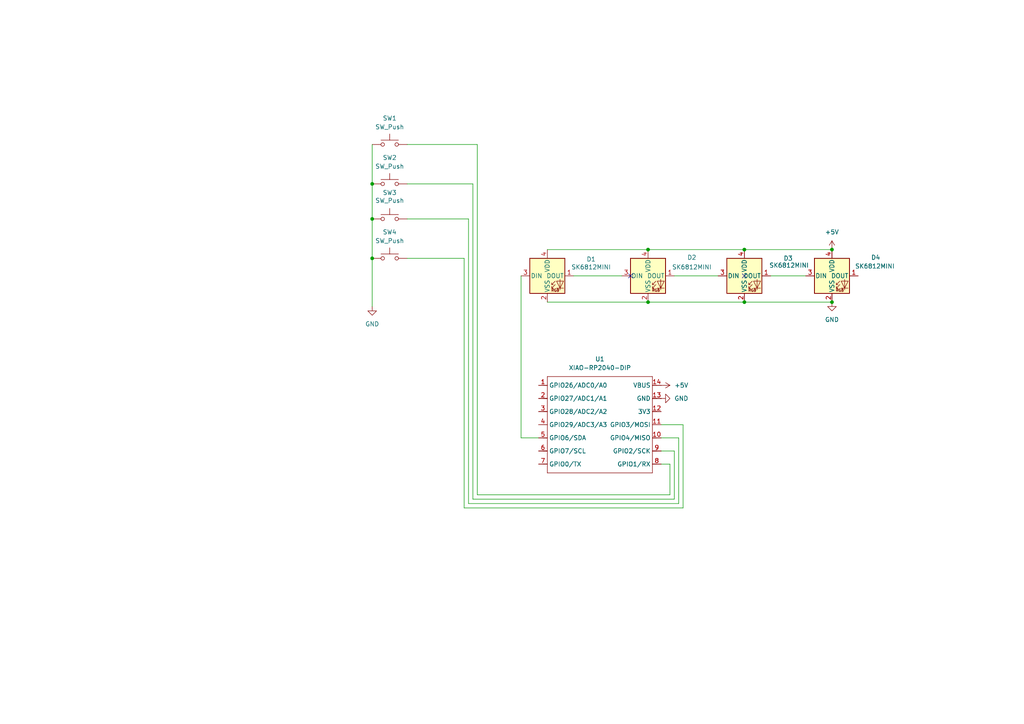
<source format=kicad_sch>
(kicad_sch (version 20250114) (generator "eeschema") (generator_version "9.0")
  (paper "A4")
  (lib_symbols
    (symbol "LED:SK6812MINI" (pin_names (offset 0.254))
      (property "Reference" "D" (at 5.08 5.715 0))
      (property "Value" "SK6812MINI" (at 1.27 -5.715 0))
      (symbol "SK6812MINI_0_0"
        (text "RGB" (at 2.286 -4.191 0) (effects (font (size 0.762 0.762))))
      )
      (symbol "SK6812MINI_0_1"
        (polyline (pts (xy 1.27 -2.54) (xy 1.778 -2.54)))
        (polyline (pts (xy 1.27 -3.556) (xy 1.778 -3.556)))
        (polyline (pts (xy 2.286 -1.524) (xy 1.27 -2.54) (xy 1.27 -2.032)))
        (polyline (pts (xy 2.286 -2.54) (xy 1.27 -3.556) (xy 1.27 -3.048)))
        (polyline (pts (xy 3.683 -1.016) (xy 3.683 -3.556) (xy 3.683 -4.064)))
        (polyline (pts (xy 4.699 -1.524) (xy 2.667 -1.524) (xy 3.683 -3.556) (xy 4.699 -1.524)))
        (polyline (pts (xy 4.699 -3.556) (xy 2.667 -3.556)))
        (rectangle (start 5.08 5.08) (end -5.08 -5.08) (stroke (width 0.254)) (fill (type background)))
      )
      (symbol "SK6812MINI_1_1"
        (pin input line (at -7.62 0 0) (length 2.54) (name "DIN") (number "3"))
        (pin power_in line (at 0 7.62 270) (length 2.54) (name "VDD") (number "4"))
        (pin power_in line (at 0 -7.62 90) (length 2.54) (name "VSS") (number "2"))
        (pin output line (at 7.62 0 180) (length 2.54) (name "DOUT") (number "1"))
      )
    )
    (symbol "OPL:XIAO-RP2040-DIP"
      (property "Reference" "U" (at 0 0 0))
      (property "Value" "XIAO-RP2040-DIP" (at 5.334 -1.778 0))
      (symbol "XIAO-RP2040-DIP_1_0"
        (polyline (pts (xy -1.27 -2.54) (xy 29.21 -2.54)) (stroke (width 0.1524)))
        (polyline (pts (xy -1.27 -5.08) (xy -2.54 -5.08)) (stroke (width 0.1524)))
        (polyline (pts (xy -1.27 -5.08) (xy -1.27 -2.54)) (stroke (width 0.1524)))
        (polyline (pts (xy -1.27 -8.89) (xy -2.54 -8.89)) (stroke (width 0.1524)))
        (polyline (pts (xy -1.27 -8.89) (xy -1.27 -5.08)) (stroke (width 0.1524)))
        (polyline (pts (xy -1.27 -12.7) (xy -2.54 -12.7)) (stroke (width 0.1524)))
        (polyline (pts (xy -1.27 -12.7) (xy -1.27 -8.89)) (stroke (width 0.1524)))
        (polyline (pts (xy -1.27 -16.51) (xy -2.54 -16.51)) (stroke (width 0.1524)))
        (polyline (pts (xy -1.27 -16.51) (xy -1.27 -12.7)) (stroke (width 0.1524)))
        (polyline (pts (xy -1.27 -20.32) (xy -2.54 -20.32)) (stroke (width 0.1524)))
        (polyline (pts (xy -1.27 -24.13) (xy -2.54 -24.13)) (stroke (width 0.1524)))
        (polyline (pts (xy -1.27 -27.94) (xy -2.54 -27.94)) (stroke (width 0.1524)))
        (polyline (pts (xy -1.27 -30.48) (xy -1.27 -16.51)) (stroke (width 0.1524)))
        (polyline (pts (xy 29.21 -2.54) (xy 29.21 -5.08)) (stroke (width 0.1524)))
        (polyline (pts (xy 29.21 -5.08) (xy 29.21 -8.89)) (stroke (width 0.1524)))
        (polyline (pts (xy 29.21 -8.89) (xy 29.21 -12.7)) (stroke (width 0.1524)))
        (polyline (pts (xy 29.21 -12.7) (xy 29.21 -30.48)) (stroke (width 0.1524)))
        (polyline (pts (xy 29.21 -30.48) (xy -1.27 -30.48)) (stroke (width 0.1524)))
        (polyline (pts (xy 30.48 -5.08) (xy 29.21 -5.08)) (stroke (width 0.1524)))
        (polyline (pts (xy 30.48 -8.89) (xy 29.21 -8.89)) (stroke (width 0.1524)))
        (polyline (pts (xy 30.48 -12.7) (xy 29.21 -12.7)) (stroke (width 0.1524)))
        (polyline (pts (xy 30.48 -16.51) (xy 29.21 -16.51)) (stroke (width 0.1524)))
        (polyline (pts (xy 30.48 -20.32) (xy 29.21 -20.32)) (stroke (width 0.1524)))
        (polyline (pts (xy 30.48 -24.13) (xy 29.21 -24.13)) (stroke (width 0.1524)))
        (polyline (pts (xy 30.48 -27.94) (xy 29.21 -27.94)) (stroke (width 0.1524)))
        (pin passive line (at -3.81 -5.08 0) (length 2.54) (name "GPIO26/ADC0/A0") (number "1"))
        (pin passive line (at -3.81 -8.89 0) (length 2.54) (name "GPIO27/ADC1/A1") (number "2"))
        (pin passive line (at -3.81 -12.7 0) (length 2.54) (name "GPIO28/ADC2/A2") (number "3"))
        (pin passive line (at -3.81 -16.51 0) (length 2.54) (name "GPIO29/ADC3/A3") (number "4"))
        (pin passive line (at -3.81 -20.32 0) (length 2.54) (name "GPIO6/SDA") (number "5"))
        (pin passive line (at -3.81 -24.13 0) (length 2.54) (name "GPIO7/SCL") (number "6"))
        (pin passive line (at -3.81 -27.94 0) (length 2.54) (name "GPIO0/TX") (number "7"))
        (pin passive line (at 31.75 -5.08 180) (length 2.54) (name "VBUS") (number "14"))
        (pin passive line (at 31.75 -8.89 180) (length 2.54) (name "GND") (number "13"))
        (pin passive line (at 31.75 -12.7 180) (length 2.54) (name "3V3") (number "12"))
        (pin passive line (at 31.75 -16.51 180) (length 2.54) (name "GPIO3/MOSI") (number "11"))
        (pin passive line (at 31.75 -20.32 180) (length 2.54) (name "GPIO4/MISO") (number "10"))
        (pin passive line (at 31.75 -24.13 180) (length 2.54) (name "GPIO2/SCK") (number "9"))
        (pin passive line (at 31.75 -27.94 180) (length 2.54) (name "GPIO1/RX") (number "8"))
      )
    )
    (symbol "Switch:SW_Push" (pin_numbers (hide yes)) (pin_names (offset 1.016) (hide yes))
      (property "Reference" "SW" (at 1.27 2.54 0))
      (property "Value" "SW_Push" (at 0 -1.524 0))
      (symbol "SW_Push_0_1"
        (circle (center -2.032 0) (radius 0.508))
        (polyline (pts (xy 0 1.27) (xy 0 3.048)))
        (circle (center 2.032 0) (radius 0.508))
        (polyline (pts (xy 2.54 1.27) (xy -2.54 1.27)))
        (pin passive line (at -5.08 0 0) (length 2.54) (name "1") (number "1"))
        (pin passive line (at 5.08 0 180) (length 2.54) (name "2") (number "2"))
      )
    )
    (symbol "power:+5V" (power) (pin_numbers (hide yes)) (pin_names (offset 0) (hide yes))
      (property "Value" "+5V" (at 0 3.556 0))
      (symbol "+5V_0_1"
        (polyline (pts (xy -0.762 1.27) (xy 0 2.54)))
        (polyline (pts (xy 0 2.54) (xy 0.762 1.27)))
        (polyline (pts (xy 0 0) (xy 0 2.54)))
      )
      (symbol "+5V_1_1"
        (pin power_in line (at 0 0 90) (length 0) (name "~") (number "1"))
      )
    )
    (symbol "power:GND" (power) (pin_numbers (hide yes)) (pin_names (offset 0) (hide yes))
      (property "Value" "GND" (at 0 -3.81 0))
      (symbol "GND_0_1"
        (polyline (pts (xy 0 0) (xy 0 -1.27) (xy 1.27 -1.27) (xy 0 -2.54) (xy -1.27 -1.27) (xy 0 -1.27)))
      )
      (symbol "GND_1_1"
        (pin power_in line (at 0 0 270) (length 0) (name "~") (number "1"))
      )
    )
  )
  (junction (at 215.9 87.63))
  (junction (at 241.3 72.39))
  (junction (at 107.95 74.93))
  (junction (at 215.9 72.39))
  (junction (at 241.3 87.63))
  (junction (at 107.95 53.34))
  (junction (at 187.96 72.39))
  (junction (at 187.96 87.63))
  (junction (at 107.95 63.5))
  (no_connect (at 215.9 80.01))
  (no_connect (at 182.88 80.01))
  (wire (pts (xy 107.95 53.34) (xy 107.95 63.5)))
  (wire (pts (xy 187.96 72.39) (xy 215.9 72.39)))
  (wire (pts (xy 118.11 74.93) (xy 134.62 74.93)))
  (wire (pts (xy 187.96 87.63) (xy 215.9 87.63)))
  (wire (pts (xy 195.58 80.01) (xy 208.28 80.01)))
  (wire (pts (xy 151.13 80.01) (xy 151.13 127)))
  (wire (pts (xy 107.95 63.5) (xy 107.95 74.93)))
  (wire (pts (xy 198.12 123.19) (xy 191.77 123.19)))
  (wire (pts (xy 137.16 144.78) (xy 195.58 144.78)))
  (wire (pts (xy 215.9 87.63) (xy 241.3 87.63)))
  (wire (pts (xy 118.11 41.91) (xy 138.43 41.91)))
  (wire (pts (xy 135.89 146.05) (xy 196.85 146.05)))
  (wire (pts (xy 107.95 74.93) (xy 107.95 88.9)))
  (wire (pts (xy 134.62 74.93) (xy 134.62 147.32)))
  (wire (pts (xy 194.31 143.51) (xy 194.31 134.62)))
  (wire (pts (xy 215.9 72.39) (xy 241.3 72.39)))
  (wire (pts (xy 118.11 63.5) (xy 135.89 63.5)))
  (wire (pts (xy 137.16 53.34) (xy 137.16 144.78)))
  (wire (pts (xy 195.58 144.78) (xy 195.58 130.81)))
  (wire (pts (xy 194.31 134.62) (xy 191.77 134.62)))
  (wire (pts (xy 158.75 72.39) (xy 187.96 72.39)))
  (wire (pts (xy 138.43 143.51) (xy 194.31 143.51)))
  (wire (pts (xy 107.95 41.91) (xy 107.95 53.34)))
  (wire (pts (xy 118.11 53.34) (xy 137.16 53.34)))
  (wire (pts (xy 151.13 127) (xy 156.21 127)))
  (wire (pts (xy 196.85 127) (xy 191.77 127)))
  (wire (pts (xy 138.43 41.91) (xy 138.43 143.51)))
  (wire (pts (xy 158.75 87.63) (xy 187.96 87.63)))
  (wire (pts (xy 135.89 63.5) (xy 135.89 146.05)))
  (wire (pts (xy 198.12 147.32) (xy 198.12 123.19)))
  (wire (pts (xy 195.58 130.81) (xy 191.77 130.81)))
  (wire (pts (xy 134.62 147.32) (xy 198.12 147.32)))
  (wire (pts (xy 166.37 80.01) (xy 180.34 80.01)))
  (wire (pts (xy 196.85 146.05) (xy 196.85 127)))
  (wire (pts (xy 223.52 80.01) (xy 233.68 80.01)))
  (symbol (lib_id "Switch:SW_Push") (at 113.03 41.91 0) (unit 1)
    (property "Reference" "SW1" (at 113.03 34.29 0))
    (property "Value" "SW_Push" (at 113.03 36.83 0))
    (property "Footprint" "Button_Switch_Keyboard:SW_Cherry_MX_1.00u_PCB" (effects (hide yes)))
    (property "Description" "Push button switch, generic, two pins" (effects (hide yes)))
  )
  (symbol (lib_id "LED:SK6812MINI") (at 187.96 80.01 0) (unit 1)
    (property "Reference" "D2" (at 200.66 74.676 0))
    (property "Value" "SK6812MINI" (at 200.66 77.47 0))
    (property "Footprint" "LED_SMD:LED_SK6812MINI_PLCC4_3.5x3.5mm_P1.75mm" (effects (hide yes)))
    (property "Datasheet" "https://cdn-shop.adafruit.com/product-files/2686/SK6812MINI_REV.01-1-2.pdf" (effects (hide yes)))
    (property "Description" "RGB LED with integrated controller" (effects (hide yes)))
  )
  (symbol (lib_id "LED:SK6812MINI") (at 241.3 80.01 0) (unit 1)
    (property "Reference" "D4" (at 254 74.676 0))
    (property "Value" "SK6812MINI" (at 253.746 77.216 0))
    (property "Footprint" "LED_SMD:LED_SK6812MINI_PLCC4_3.5x3.5mm_P1.75mm" (effects (hide yes)))
    (property "Datasheet" "https://cdn-shop.adafruit.com/product-files/2686/SK6812MINI_REV.01-1-2.pdf" (effects (hide yes)))
    (property "Description" "RGB LED with integrated controller" (effects (hide yes)))
  )
  (symbol (lib_id "power:GND") (at 241.3 87.63 0) (unit 1)
    (property "Reference" "#PWR04" (effects (hide yes)))
    (property "Value" "GND" (at 241.3 92.71 0))
    (property "Description" "Power symbol creates a global label with name \"GND\" , ground" (effects (hide yes)))
  )
  (symbol (lib_id "LED:SK6812MINI") (at 158.75 80.01 0) (unit 1)
    (property "Reference" "D1" (at 171.45 75.184 0))
    (property "Value" "SK6812MINI" (at 171.45 77.47 0))
    (property "Footprint" "LED_SMD:LED_SK6812MINI_PLCC4_3.5x3.5mm_P1.75mm" (effects (hide yes)))
    (property "Datasheet" "https://cdn-shop.adafruit.com/product-files/2686/SK6812MINI_REV.01-1-2.pdf" (effects (hide yes)))
    (property "Description" "RGB LED with integrated controller" (effects (hide yes)))
  )
  (symbol (lib_id "power:GND") (at 107.95 88.9 0) (unit 1)
    (property "Reference" "#PWR03" (effects (hide yes)))
    (property "Value" "GND" (at 107.95 93.98 0))
    (property "Description" "Power symbol creates a global label with name \"GND\" , ground" (effects (hide yes)))
  )
  (symbol (lib_id "Switch:SW_Push") (at 113.03 53.34 0) (unit 1)
    (property "Reference" "SW2" (at 113.03 45.72 0))
    (property "Value" "SW_Push" (at 113.03 48.26 0))
    (property "Footprint" "Button_Switch_Keyboard:SW_Cherry_MX_1.00u_PCB" (effects (hide yes)))
    (property "Description" "Push button switch, generic, two pins" (effects (hide yes)))
  )
  (symbol (lib_id "LED:SK6812MINI") (at 215.9 80.01 0) (unit 1)
    (property "Reference" "D3" (at 228.6 74.93 0))
    (property "Value" "SK6812MINI" (at 228.854 76.962 0))
    (property "Footprint" "LED_SMD:LED_SK6812MINI_PLCC4_3.5x3.5mm_P1.75mm" (effects (hide yes)))
    (property "Datasheet" "https://cdn-shop.adafruit.com/product-files/2686/SK6812MINI_REV.01-1-2.pdf" (effects (hide yes)))
    (property "Description" "RGB LED with integrated controller" (effects (hide yes)))
  )
  (symbol (lib_id "power:+5V") (at 241.3 72.39 0) (unit 1)
    (property "Reference" "#PWR05" (effects (hide yes)))
    (property "Value" "+5V" (at 241.3 67.31 0))
    (property "Description" "Power symbol creates a global label with name \"+5V\"" (effects (hide yes)))
  )
  (symbol (lib_id "Switch:SW_Push") (at 113.03 63.5 0) (unit 1)
    (property "Reference" "SW3" (at 113.03 55.88 0))
    (property "Value" "SW_Push" (at 113.03 58.166 0))
    (property "Footprint" "Button_Switch_Keyboard:SW_Cherry_MX_1.00u_PCB" (effects (hide yes)))
    (property "Description" "Push button switch, generic, two pins" (effects (hide yes)))
  )
  (symbol (lib_id "power:+5V") (at 191.77 111.76 270) (unit 1)
    (property "Reference" "#PWR01" (effects (hide yes)))
    (property "Value" "+5V" (at 195.58 111.7599 90) (effects (justify left)))
    (property "Description" "Power symbol creates a global label with name \"+5V\"" (effects (hide yes)))
  )
  (symbol (lib_id "power:GND") (at 191.77 115.57 90) (unit 1)
    (property "Reference" "#PWR02" (effects (hide yes)))
    (property "Value" "GND" (at 195.58 115.5699 90) (effects (justify right)))
    (property "Description" "Power symbol creates a global label with name \"GND\" , ground" (effects (hide yes)))
  )
  (symbol (lib_id "Switch:SW_Push") (at 113.03 74.93 0) (unit 1)
    (property "Reference" "SW4" (at 113.03 67.31 0))
    (property "Value" "SW_Push" (at 113.03 69.85 0))
    (property "Footprint" "Button_Switch_Keyboard:SW_Cherry_MX_1.00u_PCB" (effects (hide yes)))
    (property "Description" "Push button switch, generic, two pins" (effects (hide yes)))
  )
  (symbol (lib_id "OPL:XIAO-RP2040-DIP") (at 160.02 106.68 0) (unit 1)
    (property "Reference" "U1" (at 173.99 104.14 0))
    (property "Value" "XIAO-RP2040-DIP" (at 173.99 106.68 0))
    (property "Footprint" "folder1:XIAO-RP2040-DIP" (effects (hide yes)))
  )
)
</source>
